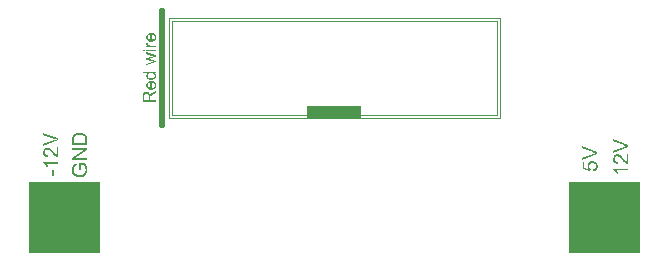
<source format=gto>
%FSLAX33Y33*%
%MOMM*%
%AMRR-H508000-W10160000-R152400-RO1.500*
21,1,9.8552,0.508,0.,0.,90*
21,1,10.16,0.2032,0.,0.,90*
1,1,0.3048,-0.1016,-4.9276*
1,1,0.3048,-0.1016,4.9276*
1,1,0.3048,0.1016,4.9276*
1,1,0.3048,0.1016,-4.9276*%
%AMRect-W1000000-H4500000-RO1.500*
21,1,1.,4.5,0.,0.,90*%
%ADD10C,0.1*%
%ADD11RR-H508000-W10160000-R152400-RO1.500*%
%ADD12Rect-W1000000-H4500000-RO1.500*%
D10*
%LNtop silkscreen_traces*%
%LNtop silkscreen component 8889ed7dfd5d4ee6*%
G36*
G01*
X47041Y1321D02*
X52019Y1321D01*
X52019Y6299D01*
X47041Y6299D01*
X47041Y1321D01*
X46533Y0813D02*
X52527Y0813D01*
X52527Y6807D01*
X46533Y6807D01*
X46533Y0813D01*
G37*
%LNtop silkscreen component d1eda6cb61111443*%
G36*
X1321Y1321D02*
X6299Y1321D01*
X6299Y6299D01*
X1321Y6299D01*
X1321Y1321D01*
X0813Y0813D02*
X6807Y0813D01*
X6807Y6807D01*
X0813Y6807D01*
X0813Y0813D01*
G37*
%LNtop silkscreen component dc50f5f4f936a7c6*%
X40670Y12260D02*
X12670Y12260D01*
X12670Y20760*
X40670Y20760*
X40670Y12260*
X40420Y12510D02*
X12920Y12510D01*
X12920Y20510*
X40420Y20510*
X40420Y12510*
D11*
X12065Y16510D03*
D12*
X26645Y12760D03*
G36*
X11532Y13623D02*
X10441Y13623D01*
X10441Y14107D01*
X10443Y14175D01*
X10448Y14235D01*
X10458Y14286D01*
X10470Y14329D01*
X10488Y14365D01*
X10511Y14397D01*
X10540Y14425D01*
X10574Y14450D01*
X10612Y14470D01*
X10653Y14484D01*
X10695Y14492D01*
X10739Y14495D01*
X10795Y14491D01*
X10846Y14476D01*
X10892Y14453D01*
X10934Y14420D01*
X10971Y14377D01*
X11000Y14324D01*
X11021Y14261D01*
X11028Y14225D01*
X10911Y14202D01*
X10902Y14233D01*
X10890Y14259D01*
X10875Y14282D01*
X10858Y14301D01*
X10837Y14317D01*
X10814Y14330D01*
X10790Y14339D01*
X10765Y14345D01*
X10739Y14346D01*
X10702Y14343D01*
X10668Y14332D01*
X10638Y14315D01*
X10611Y14290D01*
X10590Y14258D01*
X10574Y14218D01*
X10565Y14169D01*
X10562Y14113D01*
X10562Y13767D01*
X10923Y13767D01*
X10923Y13767D01*
X10923Y14078D01*
X10921Y14125D01*
X10917Y14166D01*
X10911Y14202D01*
X11028Y14225D01*
X11036Y14188D01*
X11049Y14215D01*
X11063Y14238D01*
X11077Y14258D01*
X11090Y14275D01*
X11121Y14306D01*
X11155Y14337D01*
X11193Y14366D01*
X11235Y14395D01*
X11532Y14585D01*
X11532Y14403D01*
X11305Y14259D01*
X11259Y14228D01*
X11218Y14201D01*
X11184Y14176D01*
X11155Y14154D01*
X11131Y14135D01*
X11110Y14116D01*
X11094Y14098D01*
X11082Y14081D01*
X11072Y14065D01*
X11064Y14048D01*
X11058Y14032D01*
X11053Y14015D01*
X11050Y14001D01*
X11049Y13983D01*
X11048Y13961D01*
X11048Y13935D01*
X11048Y13767D01*
X11532Y13767D01*
X11532Y13623D01*
X11532Y13623D01*
X11278Y15245D02*
X11295Y15384D01*
X11352Y15364D01*
X11402Y15337D01*
X11446Y15303D01*
X11483Y15262D01*
X11512Y15215D01*
X11533Y15162D01*
X11546Y15102D01*
X11550Y15036D01*
X11543Y14954D01*
X11523Y14881D01*
X11490Y14817D01*
X11443Y14761D01*
X11384Y14717D01*
X11315Y14685D01*
X11235Y14666D01*
X11144Y14660D01*
X11049Y14666D01*
X10966Y14685D01*
X10895Y14717D01*
X10834Y14762D01*
X10786Y14818D01*
X10751Y14880D01*
X10731Y14951D01*
X10724Y15029D01*
X10725Y15040D01*
X10834Y15030D01*
X10838Y14986D01*
X10849Y14945D01*
X10869Y14908D01*
X10896Y14875D01*
X10929Y14847D01*
X10968Y14826D01*
X11012Y14812D01*
X11061Y14806D01*
X11061Y14806D01*
X11061Y15247D01*
X11014Y15240D01*
X10974Y15230D01*
X10939Y15215D01*
X10911Y15196D01*
X10878Y15162D01*
X10853Y15123D01*
X10839Y15079D01*
X10834Y15030D01*
X10725Y15040D01*
X10731Y15104D01*
X10751Y15173D01*
X10785Y15234D01*
X10832Y15288D01*
X10891Y15332D01*
X10962Y15363D01*
X11043Y15382D01*
X11135Y15388D01*
X11142Y15388D01*
X11150Y15388D01*
X11160Y15388D01*
X11171Y15387D01*
X11171Y14798D01*
X11232Y14806D01*
X11286Y14820D01*
X11332Y14842D01*
X11371Y14872D01*
X11401Y14907D01*
X11422Y14946D01*
X11435Y14990D01*
X11440Y15037D01*
X11437Y15072D01*
X11430Y15105D01*
X11418Y15135D01*
X11401Y15163D01*
X11379Y15187D01*
X11351Y15209D01*
X11317Y15229D01*
X11278Y15245D01*
X11278Y15245D01*
X11532Y16065D02*
X11432Y16065D01*
X11370Y16004D01*
X11368Y16006D01*
X11327Y16032D01*
X11277Y16052D01*
X11218Y16063D01*
X11149Y16067D01*
X11073Y16063D01*
X11008Y16051D01*
X10954Y16032D01*
X10911Y16004D01*
X10877Y15971D01*
X10854Y15935D01*
X10839Y15894D01*
X10835Y15850D01*
X10839Y15808D01*
X10853Y15768D01*
X10876Y15733D01*
X10908Y15701D01*
X10949Y15675D01*
X11002Y15656D01*
X11064Y15645D01*
X11138Y15641D01*
X11138Y15641D01*
X11209Y15645D01*
X11270Y15657D01*
X11322Y15677D01*
X11365Y15705D01*
X11397Y15739D01*
X11421Y15775D01*
X11435Y15814D01*
X11440Y15856D01*
X11435Y15899D01*
X11422Y15938D01*
X11399Y15973D01*
X11370Y16004D01*
X11432Y16065D01*
X11484Y16023D01*
X11520Y15972D01*
X11543Y15912D01*
X11550Y15844D01*
X11547Y15797D01*
X11537Y15753D01*
X11521Y15710D01*
X11498Y15670D01*
X11469Y15633D01*
X11435Y15600D01*
X11396Y15571D01*
X11352Y15547D01*
X11304Y15528D01*
X11252Y15514D01*
X11197Y15506D01*
X11138Y15504D01*
X11080Y15506D01*
X11025Y15513D01*
X10972Y15526D01*
X10923Y15543D01*
X10878Y15565D01*
X10838Y15592D01*
X10804Y15624D01*
X10775Y15661D01*
X10753Y15702D01*
X10737Y15745D01*
X10727Y15790D01*
X10724Y15838D01*
X10726Y15872D01*
X10731Y15905D01*
X10741Y15936D01*
X10754Y15965D01*
X10770Y15992D01*
X10789Y16016D01*
X10809Y16037D01*
X10833Y16056D01*
X10441Y16056D01*
X10441Y16189D01*
X11532Y16189D01*
X11532Y16065D01*
X11532Y16065D01*
X11532Y16969D02*
X10742Y16727D01*
X10742Y16865D01*
X11198Y16991D01*
X11368Y17038D01*
X11353Y17042D01*
X11320Y17050D01*
X11271Y17062D01*
X11205Y17079D01*
X10742Y17205D01*
X10742Y17342D01*
X11200Y17461D01*
X11351Y17500D01*
X11199Y17546D01*
X10742Y17681D01*
X10742Y17811D01*
X11532Y17564D01*
X11532Y17425D01*
X11059Y17299D01*
X10924Y17269D01*
X11532Y17109D01*
X11532Y16969D01*
X11532Y16969D01*
X11532Y17924D02*
X10742Y17924D01*
X10742Y18058D01*
X11532Y18058D01*
X11532Y17924D01*
X11532Y17924D01*
X10595Y17924D02*
X10441Y17924D01*
X10441Y18058D01*
X10595Y18058D01*
X10595Y17924D01*
X10595Y17924D01*
X11532Y18261D02*
X10742Y18261D01*
X10742Y18381D01*
X10862Y18381D01*
X10823Y18404D01*
X10792Y18426D01*
X10768Y18446D01*
X10751Y18466D01*
X10739Y18486D01*
X10731Y18507D01*
X10726Y18529D01*
X10724Y18552D01*
X10727Y18586D01*
X10735Y18621D01*
X10748Y18655D01*
X10767Y18690D01*
X10891Y18644D01*
X10879Y18619D01*
X10870Y18595D01*
X10864Y18570D01*
X10862Y18546D01*
X10864Y18524D01*
X10869Y18504D01*
X10877Y18485D01*
X10889Y18467D01*
X10903Y18450D01*
X10920Y18437D01*
X10940Y18426D01*
X10962Y18417D01*
X10999Y18407D01*
X11037Y18400D01*
X11077Y18396D01*
X11118Y18395D01*
X11532Y18395D01*
X11532Y18261D01*
X11532Y18261D01*
X11278Y19311D02*
X11295Y19449D01*
X11352Y19429D01*
X11402Y19402D01*
X11446Y19368D01*
X11483Y19328D01*
X11512Y19280D01*
X11533Y19227D01*
X11546Y19167D01*
X11550Y19101D01*
X11543Y19019D01*
X11523Y18946D01*
X11490Y18882D01*
X11443Y18826D01*
X11384Y18782D01*
X11315Y18750D01*
X11235Y18731D01*
X11144Y18725D01*
X11049Y18731D01*
X10966Y18751D01*
X10895Y18783D01*
X10834Y18828D01*
X10786Y18883D01*
X10751Y18946D01*
X10731Y19016D01*
X10724Y19094D01*
X10725Y19105D01*
X10834Y19095D01*
X10838Y19051D01*
X10849Y19011D01*
X10869Y18974D01*
X10896Y18940D01*
X10929Y18912D01*
X10968Y18892D01*
X11012Y18878D01*
X11061Y18871D01*
X11061Y18871D01*
X11061Y19312D01*
X11014Y19306D01*
X10974Y19295D01*
X10939Y19280D01*
X10911Y19261D01*
X10878Y19227D01*
X10853Y19188D01*
X10839Y19144D01*
X10834Y19095D01*
X10725Y19105D01*
X10731Y19170D01*
X10751Y19238D01*
X10785Y19299D01*
X10832Y19353D01*
X10891Y19397D01*
X10962Y19428D01*
X11043Y19447D01*
X11135Y19453D01*
X11142Y19453D01*
X11150Y19453D01*
X11160Y19453D01*
X11171Y19453D01*
X11171Y18863D01*
X11232Y18871D01*
X11286Y18885D01*
X11332Y18908D01*
X11371Y18937D01*
X11401Y18972D01*
X11422Y19011D01*
X11435Y19055D01*
X11440Y19102D01*
X11437Y19138D01*
X11430Y19170D01*
X11418Y19201D01*
X11401Y19228D01*
X11379Y19253D01*
X11351Y19275D01*
X11317Y19294D01*
X11278Y19311D01*
X11278Y19311D01*
G37*
%LNtext*%
G36*
X2895Y7346D02*
X2737Y7346D01*
X2737Y7826D01*
X2895Y7826D01*
X2895Y7346D01*
X2895Y7346D01*
X3277Y8544D02*
X3277Y8388D01*
X2281Y8388D01*
X2308Y8358D01*
X2335Y8323D01*
X2362Y8284D01*
X2388Y8240D01*
X2414Y8195D01*
X2436Y8153D01*
X2454Y8113D01*
X2469Y8075D01*
X2318Y8075D01*
X2286Y8139D01*
X2250Y8198D01*
X2211Y8254D01*
X2169Y8305D01*
X2125Y8350D01*
X2082Y8388D01*
X2040Y8420D01*
X1999Y8444D01*
X1999Y8544D01*
X3277Y8544D01*
X3277Y8544D01*
X3126Y9766D02*
X3277Y9766D01*
X3277Y8925D01*
X3249Y8925D01*
X3221Y8928D01*
X3194Y8934D01*
X3168Y8943D01*
X3125Y8961D01*
X3083Y8985D01*
X3041Y9013D01*
X2999Y9046D01*
X2955Y9085D01*
X2909Y9132D01*
X2859Y9187D01*
X2806Y9250D01*
X2725Y9345D01*
X2654Y9424D01*
X2591Y9486D01*
X2536Y9531D01*
X2487Y9562D01*
X2440Y9585D01*
X2393Y9599D01*
X2349Y9603D01*
X2304Y9599D01*
X2263Y9587D01*
X2226Y9566D01*
X2192Y9537D01*
X2164Y9501D01*
X2144Y9461D01*
X2132Y9415D01*
X2128Y9364D01*
X2132Y9310D01*
X2145Y9262D01*
X2166Y9220D01*
X2196Y9183D01*
X2233Y9154D01*
X2276Y9132D01*
X2327Y9119D01*
X2383Y9115D01*
X2367Y8954D01*
X2282Y8968D01*
X2208Y8993D01*
X2145Y9030D01*
X2093Y9078D01*
X2052Y9137D01*
X2022Y9204D01*
X2005Y9281D01*
X1999Y9367D01*
X2005Y9454D01*
X2024Y9531D01*
X2056Y9599D01*
X2100Y9657D01*
X2154Y9704D01*
X2214Y9737D01*
X2280Y9757D01*
X2352Y9764D01*
X2390Y9762D01*
X2428Y9756D01*
X2465Y9746D01*
X2502Y9733D01*
X2540Y9715D01*
X2578Y9691D01*
X2617Y9663D01*
X2658Y9629D01*
X2702Y9587D01*
X2754Y9533D01*
X2814Y9466D01*
X2882Y9388D01*
X2936Y9324D01*
X2981Y9273D01*
X3016Y9234D01*
X3042Y9208D01*
X3063Y9188D01*
X3084Y9171D01*
X3105Y9155D01*
X3126Y9142D01*
X3126Y9766D01*
X3126Y9766D01*
X3277Y10360D02*
X2004Y9867D01*
X2004Y10050D01*
X2928Y10380D01*
X2983Y10400D01*
X3036Y10417D01*
X3087Y10433D01*
X3137Y10447D01*
X3085Y10463D01*
X3033Y10479D01*
X2981Y10497D01*
X2928Y10516D01*
X2004Y10860D01*
X2004Y11032D01*
X3277Y10533D01*
X3277Y10360D01*
X3277Y10360D01*
X51537Y7978D02*
X51537Y7821D01*
X50541Y7821D01*
X50568Y7791D01*
X50595Y7756D01*
X50622Y7717D01*
X50648Y7673D01*
X50674Y7629D01*
X50696Y7586D01*
X50714Y7546D01*
X50729Y7509D01*
X50578Y7509D01*
X50546Y7572D01*
X50510Y7632D01*
X50471Y7687D01*
X50429Y7738D01*
X50385Y7783D01*
X50342Y7822D01*
X50300Y7853D01*
X50259Y7877D01*
X50259Y7978D01*
X51537Y7978D01*
X51537Y7978D01*
X51386Y9199D02*
X51537Y9199D01*
X51537Y8358D01*
X51509Y8358D01*
X51481Y8362D01*
X51454Y8367D01*
X51428Y8376D01*
X51385Y8395D01*
X51343Y8418D01*
X51301Y8446D01*
X51259Y8479D01*
X51215Y8518D01*
X51169Y8565D01*
X51119Y8621D01*
X51066Y8683D01*
X50985Y8779D01*
X50914Y8857D01*
X50851Y8919D01*
X50796Y8964D01*
X50747Y8996D01*
X50700Y9019D01*
X50653Y9032D01*
X50609Y9037D01*
X50564Y9033D01*
X50523Y9020D01*
X50486Y8999D01*
X50452Y8970D01*
X50424Y8935D01*
X50404Y8894D01*
X50392Y8848D01*
X50388Y8797D01*
X50392Y8744D01*
X50405Y8696D01*
X50426Y8653D01*
X50456Y8617D01*
X50493Y8587D01*
X50536Y8566D01*
X50587Y8553D01*
X50643Y8548D01*
X50627Y8387D01*
X50542Y8401D01*
X50468Y8427D01*
X50405Y8463D01*
X50353Y8512D01*
X50312Y8570D01*
X50282Y8638D01*
X50265Y8715D01*
X50259Y8801D01*
X50265Y8887D01*
X50284Y8965D01*
X50316Y9032D01*
X50360Y9091D01*
X50414Y9137D01*
X50474Y9171D01*
X50540Y9191D01*
X50612Y9197D01*
X50650Y9195D01*
X50688Y9190D01*
X50725Y9180D01*
X50762Y9166D01*
X50800Y9148D01*
X50838Y9125D01*
X50877Y9096D01*
X50918Y9062D01*
X50962Y9020D01*
X51014Y8966D01*
X51074Y8900D01*
X51142Y8821D01*
X51196Y8757D01*
X51241Y8706D01*
X51276Y8667D01*
X51302Y8641D01*
X51323Y8622D01*
X51344Y8604D01*
X51365Y8589D01*
X51386Y8575D01*
X51386Y9199D01*
X51386Y9199D01*
X51537Y9794D02*
X50264Y9301D01*
X50264Y9483D01*
X51188Y9814D01*
X51243Y9833D01*
X51296Y9850D01*
X51347Y9866D01*
X51397Y9881D01*
X51345Y9896D01*
X51293Y9913D01*
X51241Y9930D01*
X51188Y9949D01*
X50264Y10293D01*
X50264Y10465D01*
X51537Y9967D01*
X51537Y9794D01*
X51537Y9794D01*
X48587Y7770D02*
X48573Y7934D01*
X48629Y7946D01*
X48678Y7964D01*
X48719Y7989D01*
X48753Y8019D01*
X48780Y8054D01*
X48799Y8092D01*
X48810Y8134D01*
X48814Y8179D01*
X48808Y8233D01*
X48792Y8283D01*
X48766Y8329D01*
X48729Y8370D01*
X48683Y8404D01*
X48630Y8428D01*
X48570Y8443D01*
X48503Y8448D01*
X48439Y8443D01*
X48383Y8429D01*
X48334Y8406D01*
X48292Y8373D01*
X48258Y8332D01*
X48234Y8286D01*
X48219Y8234D01*
X48215Y8176D01*
X48217Y8139D01*
X48223Y8104D01*
X48234Y8071D01*
X48249Y8040D01*
X48267Y8011D01*
X48288Y7986D01*
X48312Y7963D01*
X48338Y7944D01*
X48319Y7798D01*
X47665Y7921D01*
X47665Y8554D01*
X47814Y8554D01*
X47814Y8046D01*
X48156Y7977D01*
X48121Y8035D01*
X48097Y8095D01*
X48082Y8156D01*
X48077Y8218D01*
X48084Y8298D01*
X48105Y8372D01*
X48141Y8439D01*
X48192Y8499D01*
X48254Y8549D01*
X48324Y8585D01*
X48402Y8607D01*
X48489Y8614D01*
X48572Y8608D01*
X48650Y8589D01*
X48722Y8557D01*
X48788Y8513D01*
X48855Y8446D01*
X48903Y8368D01*
X48932Y8279D01*
X48942Y8179D01*
X48936Y8096D01*
X48918Y8021D01*
X48887Y7954D01*
X48845Y7895D01*
X48792Y7846D01*
X48732Y7809D01*
X48663Y7784D01*
X48587Y7770D01*
X48587Y7770D01*
X48920Y9186D02*
X47648Y8693D01*
X47648Y8875D01*
X48572Y9206D01*
X48627Y9225D01*
X48680Y9243D01*
X48731Y9259D01*
X48781Y9273D01*
X48729Y9288D01*
X48676Y9305D01*
X48624Y9322D01*
X48572Y9341D01*
X47648Y9685D01*
X47648Y9857D01*
X48920Y9359D01*
X48920Y9186D01*
X48920Y9186D01*
X5216Y7896D02*
X5066Y7896D01*
X5066Y8435D01*
X5538Y8435D01*
X5584Y8372D01*
X5625Y8309D01*
X5659Y8244D01*
X5687Y8179D01*
X5709Y8112D01*
X5724Y8045D01*
X5734Y7977D01*
X5737Y7908D01*
X5732Y7816D01*
X5717Y7729D01*
X5692Y7646D01*
X5656Y7567D01*
X5612Y7495D01*
X5558Y7432D01*
X5496Y7379D01*
X5424Y7336D01*
X5346Y7301D01*
X5263Y7277D01*
X5176Y7262D01*
X5085Y7257D01*
X4993Y7262D01*
X4905Y7277D01*
X4820Y7301D01*
X4738Y7335D01*
X4663Y7378D01*
X4598Y7430D01*
X4543Y7490D01*
X4499Y7559D01*
X4465Y7634D01*
X4440Y7716D01*
X4425Y7802D01*
X4421Y7895D01*
X4423Y7962D01*
X4432Y8026D01*
X4446Y8087D01*
X4465Y8144D01*
X4490Y8197D01*
X4519Y8244D01*
X4552Y8284D01*
X4590Y8319D01*
X4633Y8349D01*
X4682Y8375D01*
X4737Y8397D01*
X4798Y8416D01*
X4840Y8264D01*
X4794Y8248D01*
X4753Y8232D01*
X4717Y8213D01*
X4687Y8192D01*
X4661Y8169D01*
X4637Y8141D01*
X4616Y8108D01*
X4598Y8071D01*
X4583Y8030D01*
X4573Y7988D01*
X4567Y7943D01*
X4565Y7896D01*
X4567Y7840D01*
X4573Y7788D01*
X4584Y7740D01*
X4600Y7696D01*
X4619Y7656D01*
X4641Y7620D01*
X4665Y7588D01*
X4692Y7560D01*
X4722Y7536D01*
X4752Y7514D01*
X4785Y7495D01*
X4818Y7480D01*
X4878Y7458D01*
X4941Y7443D01*
X5007Y7434D01*
X5074Y7431D01*
X5156Y7435D01*
X5231Y7446D01*
X5298Y7464D01*
X5359Y7490D01*
X5413Y7522D01*
X5459Y7562D01*
X5498Y7608D01*
X5529Y7660D01*
X5554Y7717D01*
X5571Y7776D01*
X5581Y7836D01*
X5585Y7898D01*
X5582Y7953D01*
X5574Y8006D01*
X5561Y8059D01*
X5543Y8112D01*
X5521Y8161D01*
X5499Y8203D01*
X5476Y8240D01*
X5453Y8270D01*
X5216Y8270D01*
X5216Y7896D01*
X5216Y7896D01*
X5715Y8681D02*
X4442Y8681D01*
X4442Y8854D01*
X5442Y9523D01*
X4442Y9523D01*
X4442Y9684D01*
X5715Y9684D01*
X5715Y9511D01*
X4715Y8843D01*
X5715Y8843D01*
X5715Y8681D01*
X5715Y8681D01*
X5715Y9967D02*
X4442Y9967D01*
X4442Y10403D01*
X4592Y10403D01*
X4592Y10135D01*
X5565Y10135D01*
X5565Y10135D01*
X5565Y10407D01*
X5563Y10467D01*
X5559Y10520D01*
X5552Y10565D01*
X5541Y10605D01*
X5528Y10639D01*
X5513Y10669D01*
X5495Y10696D01*
X5475Y10719D01*
X5443Y10747D01*
X5405Y10772D01*
X5362Y10794D01*
X5314Y10812D01*
X5261Y10827D01*
X5202Y10837D01*
X5138Y10844D01*
X5069Y10846D01*
X4975Y10842D01*
X4893Y10829D01*
X4822Y10809D01*
X4762Y10780D01*
X4713Y10746D01*
X4673Y10707D01*
X4641Y10666D01*
X4619Y10621D01*
X4607Y10582D01*
X4599Y10532D01*
X4594Y10473D01*
X4592Y10403D01*
X4442Y10403D01*
X4442Y10405D01*
X4443Y10475D01*
X4447Y10536D01*
X4453Y10589D01*
X4461Y10632D01*
X4476Y10685D01*
X4496Y10733D01*
X4521Y10778D01*
X4552Y10819D01*
X4597Y10866D01*
X4649Y10907D01*
X4706Y10941D01*
X4769Y10969D01*
X4838Y10991D01*
X4911Y11007D01*
X4989Y11016D01*
X5072Y11019D01*
X5142Y11017D01*
X5208Y11011D01*
X5271Y11000D01*
X5329Y10985D01*
X5382Y10967D01*
X5431Y10947D01*
X5475Y10924D01*
X5514Y10899D01*
X5549Y10871D01*
X5580Y10843D01*
X5606Y10814D01*
X5629Y10783D01*
X5649Y10750D01*
X5666Y10713D01*
X5681Y10674D01*
X5693Y10631D01*
X5703Y10585D01*
X5710Y10535D01*
X5714Y10482D01*
X5715Y10426D01*
X5715Y9967D01*
X5715Y9967D01*
G37*
M02*
</source>
